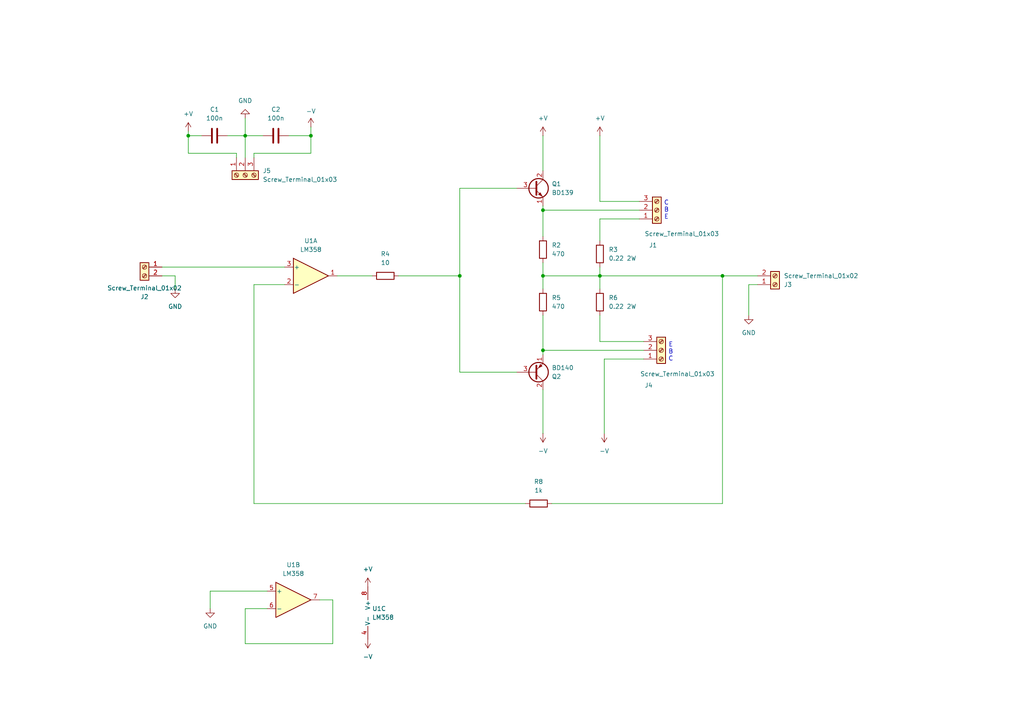
<source format=kicad_sch>
(kicad_sch (version 20231120) (generator "eeschema") (generator_version "8.0")
  (paper "A4")
  (lib_symbols
    (symbol "Amplifier_Operational:LM358" (pin_names (offset 0.127))
      (property "Reference" "U" (at 0 5.08 0))
      (property "Value" "LM358" (at 0 -5.08 0))
      (symbol "LM358_1_1"
        (polyline (pts (xy -5.08 5.08) (xy 5.08 0) (xy -5.08 -5.08) (xy -5.08 5.08)) (stroke (width 0.254)) (fill (type background)))
        (pin output line (at 7.62 0 180) (length 2.54) (name "~") (number "1"))
        (pin input line (at -7.62 -2.54 0) (length 2.54) (name "-") (number "2"))
        (pin input line (at -7.62 2.54 0) (length 2.54) (name "+") (number "3"))
      )
      (symbol "LM358_2_1"
        (polyline (pts (xy -5.08 5.08) (xy 5.08 0) (xy -5.08 -5.08) (xy -5.08 5.08)) (stroke (width 0.254)) (fill (type background)))
        (pin input line (at -7.62 2.54 0) (length 2.54) (name "+") (number "5"))
        (pin input line (at -7.62 -2.54 0) (length 2.54) (name "-") (number "6"))
        (pin output line (at 7.62 0 180) (length 2.54) (name "~") (number "7"))
      )
      (symbol "LM358_3_1"
        (pin power_in line (at -2.54 -7.62 90) (length 3.81) (name "V-") (number "4"))
        (pin power_in line (at -2.54 7.62 270) (length 3.81) (name "V+") (number "8"))
      )
    )
    (symbol "Connector:Screw_Terminal_01x02" (pin_names (offset 1.016) hide)
      (property "Reference" "J" (at 0 2.54 0))
      (property "Value" "Screw_Terminal_01x02" (at 0 -5.08 0))
      (symbol "Screw_Terminal_01x02_1_1"
        (rectangle (start -1.27 1.27) (end 1.27 -3.81) (stroke (width 0.254)) (fill (type background)))
        (circle (center 0 -2.54) (radius 0.635) (stroke (width 0.1524)))
        (polyline (pts (xy -0.5334 -2.2098) (xy 0.3302 -3.048)) (stroke (width 0.1524)))
        (polyline (pts (xy -0.5334 0.3302) (xy 0.3302 -0.508)) (stroke (width 0.1524)))
        (polyline (pts (xy -0.3556 -2.032) (xy 0.508 -2.8702)) (stroke (width 0.1524)))
        (polyline (pts (xy -0.3556 0.508) (xy 0.508 -0.3302)) (stroke (width 0.1524)))
        (circle (center 0 0) (radius 0.635) (stroke (width 0.1524)))
        (pin passive line (at -5.08 0 0) (length 3.81) (name "Pin_1") (number "1"))
        (pin passive line (at -5.08 -2.54 0) (length 3.81) (name "Pin_2") (number "2"))
      )
    )
    (symbol "Connector:Screw_Terminal_01x03" (pin_names (offset 1.016) hide)
      (property "Reference" "J" (at 0 5.08 0))
      (property "Value" "Screw_Terminal_01x03" (at 0 -5.08 0))
      (symbol "Screw_Terminal_01x03_1_1"
        (rectangle (start -1.27 3.81) (end 1.27 -3.81) (stroke (width 0.254)) (fill (type background)))
        (circle (center 0 -2.54) (radius 0.635) (stroke (width 0.1524)))
        (polyline (pts (xy -0.5334 -2.2098) (xy 0.3302 -3.048)) (stroke (width 0.1524)))
        (polyline (pts (xy -0.5334 0.3302) (xy 0.3302 -0.508)) (stroke (width 0.1524)))
        (polyline (pts (xy -0.5334 2.8702) (xy 0.3302 2.032)) (stroke (width 0.1524)))
        (polyline (pts (xy -0.3556 -2.032) (xy 0.508 -2.8702)) (stroke (width 0.1524)))
        (polyline (pts (xy -0.3556 0.508) (xy 0.508 -0.3302)) (stroke (width 0.1524)))
        (polyline (pts (xy -0.3556 3.048) (xy 0.508 2.2098)) (stroke (width 0.1524)))
        (circle (center 0 0) (radius 0.635) (stroke (width 0.1524)))
        (circle (center 0 2.54) (radius 0.635) (stroke (width 0.1524)))
        (pin passive line (at -5.08 2.54 0) (length 3.81) (name "Pin_1") (number "1"))
        (pin passive line (at -5.08 0 0) (length 3.81) (name "Pin_2") (number "2"))
        (pin passive line (at -5.08 -2.54 0) (length 3.81) (name "Pin_3") (number "3"))
      )
    )
    (symbol "Device:C" (pin_numbers hide) (pin_names (offset 0.254))
      (property "Reference" "C" (at 0.635 2.54 0))
      (property "Value" "C" (at 0.635 -2.54 0))
      (symbol "C_0_1"
        (polyline (pts (xy -2.032 -0.762) (xy 2.032 -0.762)) (stroke (width 0.508)))
        (polyline (pts (xy -2.032 0.762) (xy 2.032 0.762)) (stroke (width 0.508)))
      )
      (symbol "C_1_1"
        (pin passive line (at 0 3.81 270) (length 2.794) (name "~") (number "1"))
        (pin passive line (at 0 -3.81 90) (length 2.794) (name "~") (number "2"))
      )
    )
    (symbol "Device:R" (pin_numbers hide) (pin_names (offset 0))
      (property "Reference" "R" (at 2.032 0 90))
      (property "Value" "R" (at 0 0 90))
      (symbol "R_0_1"
        (rectangle (start -1.016 -2.54) (end 1.016 2.54) (stroke (width 0.254)))
      )
      (symbol "R_1_1"
        (pin passive line (at 0 3.81 270) (length 1.27) (name "~") (number "1"))
        (pin passive line (at 0 -3.81 90) (length 1.27) (name "~") (number "2"))
      )
    )
    (symbol "Transistor_BJT:BD139" (pin_names (offset 0) hide)
      (property "Reference" "Q" (at 5.08 1.905 0))
      (property "Value" "BD139" (at 5.08 0 0))
      (symbol "BD139_0_1"
        (polyline (pts (xy 0 0) (xy 0.635 0)))
        (polyline (pts (xy 2.54 -2.54) (xy 0.635 -0.635)))
        (polyline (pts (xy 2.54 2.54) (xy 0.635 0.635)))
        (polyline (pts (xy 0.635 1.905) (xy 0.635 -1.905) (xy 0.635 -1.905)) (stroke (width 0.508)) (fill (type outline)))
        (polyline (pts (xy 1.2446 -1.778) (xy 1.7526 -1.27) (xy 2.286 -2.286) (xy 1.2446 -1.778) (xy 1.2446 -1.778)) (fill (type outline)))
        (circle (center 1.27 0) (radius 2.8194) (stroke (width 0.3048)))
      )
      (symbol "BD139_1_1"
        (pin passive line (at 2.54 -5.08 90) (length 2.54) (name "E") (number "1"))
        (pin passive line (at 2.54 5.08 270) (length 2.54) (name "C") (number "2"))
        (pin input line (at -5.08 0 0) (length 5.08) (name "B") (number "3"))
      )
    )
    (symbol "Transistor_BJT:BD140" (pin_names (offset 0) hide)
      (property "Reference" "Q" (at 5.08 1.905 0))
      (property "Value" "BD140" (at 5.08 0 0))
      (symbol "BD140_0_1"
        (polyline (pts (xy 0 0) (xy 0.635 0)))
        (polyline (pts (xy 2.54 -2.54) (xy 0.635 -0.635)))
        (polyline (pts (xy 2.54 2.54) (xy 0.635 0.635)))
        (polyline (pts (xy 0.635 1.905) (xy 0.635 -1.905) (xy 0.635 -1.905)) (stroke (width 0.508)) (fill (type outline)))
        (polyline (pts (xy 1.778 -2.286) (xy 2.286 -1.778) (xy 1.27 -1.27) (xy 1.778 -2.286) (xy 1.778 -2.286)) (fill (type outline)))
        (circle (center 1.27 0) (radius 2.8194) (stroke (width 0.3048)))
      )
      (symbol "BD140_1_1"
        (pin passive line (at 2.54 -5.08 90) (length 2.54) (name "E") (number "1"))
        (pin passive line (at 2.54 5.08 270) (length 2.54) (name "C") (number "2"))
        (pin input line (at -5.08 0 0) (length 5.08) (name "B") (number "3"))
      )
    )
    (symbol "power:GND" (power) (pin_numbers hide) (pin_names (offset 0) hide)
      (property "Value" "GND" (at 0 -3.81 0))
      (symbol "GND_0_1"
        (polyline (pts (xy 0 0) (xy 0 -1.27) (xy 1.27 -1.27) (xy 0 -2.54) (xy -1.27 -1.27) (xy 0 -1.27)))
      )
      (symbol "GND_1_1"
        (pin power_in line (at 0 0 270) (length 0) (name "~") (number "1"))
      )
    )
    (symbol "power:VCC" (power) (pin_numbers hide) (pin_names (offset 0) hide)
      (property "Value" "VCC" (at 0 3.556 0))
      (symbol "VCC_0_1"
        (polyline (pts (xy -0.762 1.27) (xy 0 2.54)))
        (polyline (pts (xy 0 0) (xy 0 2.54)))
        (polyline (pts (xy 0 2.54) (xy 0.762 1.27)))
      )
      (symbol "VCC_1_1"
        (pin power_in line (at 0 0 90) (length 0) (name "~") (number "1"))
      )
    )
  )
  (junction (at 90.17 39.37))
  (junction (at 71.12 39.37))
  (junction (at 157.48 80.01))
  (junction (at 54.61 39.37))
  (junction (at 173.99 80.01))
  (junction (at 157.48 101.6))
  (junction (at 133.35 80.01))
  (junction (at 157.48 60.96))
  (junction (at 209.55 80.01))
  (wire (pts (xy 97.79 80.01) (xy 107.95 80.01)))
  (wire (pts (xy 157.48 60.96) (xy 157.48 68.58)))
  (wire (pts (xy 173.99 91.44) (xy 173.99 99.06)))
  (wire (pts (xy 173.99 39.37) (xy 173.99 58.42)))
  (wire (pts (xy 71.12 39.37) (xy 71.12 45.72)))
  (wire (pts (xy 157.48 113.03) (xy 157.48 125.73)))
  (wire (pts (xy 83.82 39.37) (xy 90.17 39.37)))
  (wire (pts (xy 157.48 80.01) (xy 157.48 83.82)))
  (wire (pts (xy 73.66 82.55) (xy 82.55 82.55)))
  (wire (pts (xy 133.35 107.95) (xy 133.35 80.01)))
  (wire (pts (xy 173.99 80.01) (xy 209.55 80.01)))
  (wire (pts (xy 54.61 39.37) (xy 58.42 39.37)))
  (wire (pts (xy 96.52 186.69) (xy 96.52 173.99)))
  (wire (pts (xy 209.55 146.05) (xy 209.55 80.01)))
  (wire (pts (xy 173.99 99.06) (xy 186.69 99.06)))
  (wire (pts (xy 73.66 44.45) (xy 73.66 45.72)))
  (wire (pts (xy 46.99 77.47) (xy 82.55 77.47)))
  (wire (pts (xy 157.48 91.44) (xy 157.48 101.6)))
  (wire (pts (xy 71.12 34.29) (xy 71.12 39.37)))
  (wire (pts (xy 157.48 39.37) (xy 157.48 49.53)))
  (wire (pts (xy 160.02 146.05) (xy 209.55 146.05)))
  (wire (pts (xy 96.52 173.99) (xy 92.71 173.99)))
  (wire (pts (xy 157.48 101.6) (xy 157.48 102.87)))
  (wire (pts (xy 90.17 36.83) (xy 90.17 39.37)))
  (wire (pts (xy 71.12 186.69) (xy 96.52 186.69)))
  (wire (pts (xy 54.61 39.37) (xy 54.61 44.45)))
  (wire (pts (xy 217.17 82.55) (xy 217.17 91.44)))
  (wire (pts (xy 73.66 44.45) (xy 90.17 44.45)))
  (wire (pts (xy 173.99 80.01) (xy 173.99 83.82)))
  (wire (pts (xy 115.57 80.01) (xy 133.35 80.01)))
  (wire (pts (xy 219.71 82.55) (xy 217.17 82.55)))
  (wire (pts (xy 152.4 146.05) (xy 73.66 146.05)))
  (wire (pts (xy 157.48 80.01) (xy 173.99 80.01)))
  (wire (pts (xy 173.99 58.42) (xy 185.42 58.42)))
  (wire (pts (xy 77.47 176.53) (xy 71.12 176.53)))
  (wire (pts (xy 149.86 107.95) (xy 133.35 107.95)))
  (wire (pts (xy 68.58 44.45) (xy 68.58 45.72)))
  (wire (pts (xy 73.66 146.05) (xy 73.66 82.55)))
  (wire (pts (xy 133.35 54.61) (xy 133.35 80.01)))
  (wire (pts (xy 157.48 76.2) (xy 157.48 80.01)))
  (wire (pts (xy 175.26 104.14) (xy 175.26 125.73)))
  (wire (pts (xy 173.99 77.47) (xy 173.99 80.01)))
  (wire (pts (xy 77.47 171.45) (xy 60.96 171.45)))
  (wire (pts (xy 54.61 44.45) (xy 68.58 44.45)))
  (wire (pts (xy 185.42 63.5) (xy 173.99 63.5)))
  (wire (pts (xy 50.8 80.01) (xy 50.8 83.82)))
  (wire (pts (xy 54.61 38.1) (xy 54.61 39.37)))
  (wire (pts (xy 149.86 54.61) (xy 133.35 54.61)))
  (wire (pts (xy 157.48 60.96) (xy 185.42 60.96)))
  (wire (pts (xy 157.48 59.69) (xy 157.48 60.96)))
  (wire (pts (xy 71.12 176.53) (xy 71.12 186.69)))
  (wire (pts (xy 71.12 39.37) (xy 76.2 39.37)))
  (wire (pts (xy 173.99 63.5) (xy 173.99 69.85)))
  (wire (pts (xy 46.99 80.01) (xy 50.8 80.01)))
  (wire (pts (xy 66.04 39.37) (xy 71.12 39.37)))
  (wire (pts (xy 186.69 104.14) (xy 175.26 104.14)))
  (wire (pts (xy 90.17 39.37) (xy 90.17 44.45)))
  (wire (pts (xy 157.48 101.6) (xy 186.69 101.6)))
  (wire (pts (xy 60.96 171.45) (xy 60.96 176.53)))
  (wire (pts (xy 209.55 80.01) (xy 219.71 80.01)))
  (text "C\nB\nE" (at 193.294 60.96 0) (effects (font (size 1.27 1.27))))
  (text "E\nB\nC" (at 194.564 102.108 0) (effects (font (size 1.27 1.27))))
  (symbol (lib_id "power:VCC") (at 173.99 39.37 0) (unit 1)
    (property "Reference" "#PWR03" (effects (hide yes)))
    (property "Value" "+V" (at 173.99 34.29 0))
    (property "Description" "Power symbol creates a global label with name \"VCC\"" (effects (hide yes)))
  )
  (symbol (lib_id "power:VCC") (at 54.61 38.1 0) (unit 1)
    (property "Reference" "#PWR012" (effects (hide yes)))
    (property "Value" "+V" (at 54.61 33.02 0))
    (property "Description" "Power symbol creates a global label with name \"VCC\"" (effects (hide yes)))
  )
  (symbol (lib_id "power:GND") (at 50.8 83.82 0) (unit 1)
    (property "Reference" "#PWR04" (effects (hide yes)))
    (property "Value" "GND" (at 50.8 88.9 0))
    (property "Description" "Power symbol creates a global label with name \"GND\" , ground" (effects (hide yes)))
  )
  (symbol (lib_id "Device:R") (at 157.48 87.63 0) (unit 1)
    (property "Reference" "R5" (at 160.02 86.3599 0) (effects (justify left)))
    (property "Value" "470" (at 160.02 88.8999 0) (effects (justify left)))
    (property "Footprint" "Resistor_THT:R_Axial_DIN0309_L9.0mm_D3.2mm_P12.70mm_Horizontal" (effects (hide yes)))
    (property "Description" "Resistor" (effects (hide yes)))
  )
  (symbol (lib_id "power:VCC") (at 106.68 185.42 180) (unit 1)
    (property "Reference" "#PWR09" (effects (hide yes)))
    (property "Value" "-V" (at 106.68 190.5 0))
    (property "Description" "Power symbol creates a global label with name \"VCC\"" (effects (hide yes)))
  )
  (symbol (lib_id "Connector:Screw_Terminal_01x03") (at 71.12 50.8 90) (mirror x) (unit 1)
    (property "Reference" "J5" (at 76.2 49.5299 90) (effects (justify right)))
    (property "Value" "Screw_Terminal_01x03" (at 76.2 52.0699 90) (effects (justify right)))
    (property "Footprint" "TerminalBlock_Phoenix:TerminalBlock_Phoenix_MKDS-1,5-3-5.08_1x03_P5.08mm_Horizontal" (effects (hide yes)))
    (property "Description" "Generic screw terminal, single row, 01x03, script generated (kicad-library-utils/schlib/autogen/connector/)" (effects (hide yes)))
  )
  (symbol (lib_id "Connector:Screw_Terminal_01x03") (at 190.5 60.96 0) (mirror x) (unit 1)
    (property "Reference" "J1" (at 188.214 71.12 0) (effects (justify left)))
    (property "Value" "Screw_Terminal_01x03" (at 186.944 67.8181 0) (effects (justify left)))
    (property "Footprint" "TerminalBlock_Phoenix:TerminalBlock_Phoenix_MKDS-1,5-3-5.08_1x03_P5.08mm_Horizontal" (effects (hide yes)))
    (property "Description" "Generic screw terminal, single row, 01x03, script generated (kicad-library-utils/schlib/autogen/connector/)" (effects (hide yes)))
  )
  (symbol (lib_id "power:GND") (at 60.96 176.53 0) (unit 1)
    (property "Reference" "#PWR06" (effects (hide yes)))
    (property "Value" "GND" (at 60.96 181.61 0))
    (property "Description" "Power symbol creates a global label with name \"GND\" , ground" (effects (hide yes)))
  )
  (symbol (lib_id "Device:R") (at 173.99 87.63 0) (unit 1)
    (property "Reference" "R6" (at 176.53 86.3599 0) (effects (justify left)))
    (property "Value" "0.22 2W" (at 176.53 88.8999 0) (effects (justify left)))
    (property "Footprint" "Resistor_THT:R_Axial_DIN0414_L11.9mm_D4.5mm_P20.32mm_Horizontal" (effects (hide yes)))
    (property "Description" "Resistor" (effects (hide yes)))
  )
  (symbol (lib_id "Transistor_BJT:BD140") (at 154.94 107.95 0) (mirror x) (unit 1)
    (property "Reference" "Q2" (at 160.02 109.2201 0) (effects (justify left)))
    (property "Value" "BD140" (at 160.02 106.6801 0) (effects (justify left)))
    (property "Footprint" "Package_TO_SOT_THT:TO-126-3_Vertical" (effects (hide yes)))
    (property "Datasheet" "http://www.st.com/internet/com/TECHNICAL_RESOURCES/TECHNICAL_LITERATURE/DATASHEET/CD00001225.pdf" (effects (hide yes)))
    (property "Description" "1.5A Ic, 80V Vce, Low Voltage Transistor, TO-126" (effects (hide yes)))
  )
  (symbol (lib_id "Device:R") (at 111.76 80.01 90) (unit 1)
    (property "Reference" "R4" (at 111.76 73.66 90))
    (property "Value" "10" (at 111.76 76.2 90))
    (property "Footprint" "Resistor_THT:R_Axial_DIN0309_L9.0mm_D3.2mm_P12.70mm_Horizontal" (effects (hide yes)))
    (property "Description" "Resistor" (effects (hide yes)))
  )
  (symbol (lib_id "Connector:Screw_Terminal_01x02") (at 41.91 77.47 0) (mirror y) (unit 1)
    (property "Reference" "J2" (at 41.91 86.0885 0))
    (property "Value" "Screw_Terminal_01x02" (at 41.91 83.5485 0))
    (property "Footprint" "TerminalBlock_Phoenix:TerminalBlock_Phoenix_MKDS-1,5-2-5.08_1x02_P5.08mm_Horizontal" (effects (hide yes)))
    (property "Description" "Generic screw terminal, single row, 01x02, script generated (kicad-library-utils/schlib/autogen/connector/)" (effects (hide yes)))
  )
  (symbol (lib_id "power:VCC") (at 175.26 125.73 180) (unit 1)
    (property "Reference" "#PWR08" (effects (hide yes)))
    (property "Value" "-V" (at 175.26 130.81 0))
    (property "Description" "Power symbol creates a global label with name \"VCC\"" (effects (hide yes)))
  )
  (symbol (lib_id "power:VCC") (at 157.48 39.37 0) (unit 1)
    (property "Reference" "#PWR02" (effects (hide yes)))
    (property "Value" "+V" (at 157.48 34.29 0))
    (property "Description" "Power symbol creates a global label with name \"VCC\"" (effects (hide yes)))
  )
  (symbol (lib_id "power:VCC") (at 90.17 36.83 0) (unit 1)
    (property "Reference" "#PWR011" (effects (hide yes)))
    (property "Value" "-V" (at 90.17 32.2592 0))
    (property "Description" "Power symbol creates a global label with name \"VCC\"" (effects (hide yes)))
  )
  (symbol (lib_id "Connector:Screw_Terminal_01x02") (at 224.79 82.55 0) (mirror x) (unit 1)
    (property "Reference" "J3" (at 227.33 82.5501 0) (effects (justify left)))
    (property "Value" "Screw_Terminal_01x02" (at 227.33 80.0101 0) (effects (justify left)))
    (property "Footprint" "TerminalBlock_Phoenix:TerminalBlock_Phoenix_MKDS-1,5-2-5.08_1x02_P5.08mm_Horizontal" (effects (hide yes)))
    (property "Description" "Generic screw terminal, single row, 01x02, script generated (kicad-library-utils/schlib/autogen/connector/)" (effects (hide yes)))
  )
  (symbol (lib_id "Amplifier_Operational:LM358") (at 109.22 177.8 0) (unit 3)
    (property "Reference" "U1" (at 107.95 176.5299 0) (effects (justify left)))
    (property "Value" "LM358" (at 107.95 179.0699 0) (effects (justify left)))
    (property "Footprint" "Package_DIP:DIP-8_W7.62mm_LongPads" (effects (hide yes)))
    (property "Datasheet" "http://www.ti.com/lit/ds/symlink/lm2904-n.pdf" (effects (hide yes)))
    (property "Description" "Low-Power, Dual Operational Amplifiers, DIP-8/SOIC-8/TO-99-8" (effects (hide yes)))
  )
  (symbol (lib_id "Device:C") (at 62.23 39.37 90) (unit 1)
    (property "Reference" "C1" (at 62.23 31.75 90))
    (property "Value" "100n" (at 62.23 34.29 90))
    (property "Footprint" "Capacitor_THT:C_Rect_L7.0mm_W2.5mm_P5.00mm" (effects (hide yes)))
    (property "Description" "Unpolarized capacitor" (effects (hide yes)))
  )
  (symbol (lib_id "Device:R") (at 157.48 72.39 0) (unit 1)
    (property "Reference" "R2" (at 160.02 71.1199 0) (effects (justify left)))
    (property "Value" "470" (at 160.02 73.6599 0) (effects (justify left)))
    (property "Footprint" "Resistor_THT:R_Axial_DIN0309_L9.0mm_D3.2mm_P12.70mm_Horizontal" (effects (hide yes)))
    (property "Description" "Resistor" (effects (hide yes)))
  )
  (symbol (lib_id "power:GND") (at 71.12 34.29 180) (unit 1)
    (property "Reference" "#PWR010" (effects (hide yes)))
    (property "Value" "GND" (at 71.12 29.21 0))
    (property "Description" "Power symbol creates a global label with name \"GND\" , ground" (effects (hide yes)))
  )
  (symbol (lib_id "Device:C") (at 80.01 39.37 90) (unit 1)
    (property "Reference" "C2" (at 80.01 31.75 90))
    (property "Value" "100n" (at 80.01 34.29 90))
    (property "Footprint" "Capacitor_THT:C_Rect_L7.0mm_W2.5mm_P5.00mm" (effects (hide yes)))
    (property "Description" "Unpolarized capacitor" (effects (hide yes)))
  )
  (symbol (lib_id "Connector:Screw_Terminal_01x03") (at 191.77 101.6 0) (mirror x) (unit 1)
    (property "Reference" "J4" (at 186.944 111.76 0) (effects (justify left)))
    (property "Value" "Screw_Terminal_01x03" (at 185.674 108.4581 0) (effects (justify left)))
    (property "Footprint" "TerminalBlock_Phoenix:TerminalBlock_Phoenix_MKDS-1,5-3-5.08_1x03_P5.08mm_Horizontal" (effects (hide yes)))
    (property "Description" "Generic screw terminal, single row, 01x03, script generated (kicad-library-utils/schlib/autogen/connector/)" (effects (hide yes)))
  )
  (symbol (lib_id "power:GND") (at 217.17 91.44 0) (unit 1)
    (property "Reference" "#PWR05" (effects (hide yes)))
    (property "Value" "GND" (at 217.17 96.52 0))
    (property "Description" "Power symbol creates a global label with name \"GND\" , ground" (effects (hide yes)))
  )
  (symbol (lib_id "Device:R") (at 173.99 73.66 0) (unit 1)
    (property "Reference" "R3" (at 176.53 72.3899 0) (effects (justify left)))
    (property "Value" "0.22 2W" (at 176.53 74.9299 0) (effects (justify left)))
    (property "Footprint" "Resistor_THT:R_Axial_DIN0414_L11.9mm_D4.5mm_P20.32mm_Horizontal" (effects (hide yes)))
    (property "Description" "Resistor" (effects (hide yes)))
  )
  (symbol (lib_id "Device:R") (at 156.21 146.05 90) (unit 1)
    (property "Reference" "R8" (at 156.21 139.7 90))
    (property "Value" "1k" (at 156.21 142.24 90))
    (property "Footprint" "Resistor_THT:R_Axial_DIN0309_L9.0mm_D3.2mm_P12.70mm_Horizontal" (effects (hide yes)))
    (property "Description" "Resistor" (effects (hide yes)))
  )
  (symbol (lib_id "Amplifier_Operational:LM358") (at 85.09 173.99 0) (unit 2)
    (property "Reference" "U1" (at 85.09 163.83 0))
    (property "Value" "LM358" (at 85.09 166.37 0))
    (property "Footprint" "Package_DIP:DIP-8_W7.62mm_LongPads" (effects (hide yes)))
    (property "Datasheet" "http://www.ti.com/lit/ds/symlink/lm2904-n.pdf" (effects (hide yes)))
    (property "Description" "Low-Power, Dual Operational Amplifiers, DIP-8/SOIC-8/TO-99-8" (effects (hide yes)))
  )
  (symbol (lib_id "Transistor_BJT:BD139") (at 154.94 54.61 0) (unit 1)
    (property "Reference" "Q1" (at 160.02 53.3399 0) (effects (justify left)))
    (property "Value" "BD139" (at 160.02 55.8799 0) (effects (justify left)))
    (property "Footprint" "Package_TO_SOT_THT:TO-126-3_Vertical" (effects (hide yes)))
    (property "Datasheet" "http://www.st.com/internet/com/TECHNICAL_RESOURCES/TECHNICAL_LITERATURE/DATASHEET/CD00001225.pdf" (effects (hide yes)))
    (property "Description" "1.5A Ic, 80V Vce, Low Voltage Transistor, TO-126" (effects (hide yes)))
  )
  (symbol (lib_id "power:VCC") (at 157.48 125.73 180) (unit 1)
    (property "Reference" "#PWR07" (effects (hide yes)))
    (property "Value" "-V" (at 157.48 130.81 0))
    (property "Description" "Power symbol creates a global label with name \"VCC\"" (effects (hide yes)))
  )
  (symbol (lib_id "Amplifier_Operational:LM358") (at 90.17 80.01 0) (unit 1)
    (property "Reference" "U1" (at 90.17 69.85 0))
    (property "Value" "LM358" (at 90.17 72.39 0))
    (property "Footprint" "Package_DIP:DIP-8_W7.62mm_LongPads" (effects (hide yes)))
    (property "Datasheet" "http://www.ti.com/lit/ds/symlink/lm2904-n.pdf" (effects (hide yes)))
    (property "Description" "Low-Power, Dual Operational Amplifiers, DIP-8/SOIC-8/TO-99-8" (effects (hide yes)))
  )
  (symbol (lib_id "power:VCC") (at 106.68 170.18 0) (unit 1)
    (property "Reference" "#PWR01" (effects (hide yes)))
    (property "Value" "+V" (at 106.68 165.1 0))
    (property "Description" "Power symbol creates a global label with name \"VCC\"" (effects (hide yes)))
  )
)
</source>
